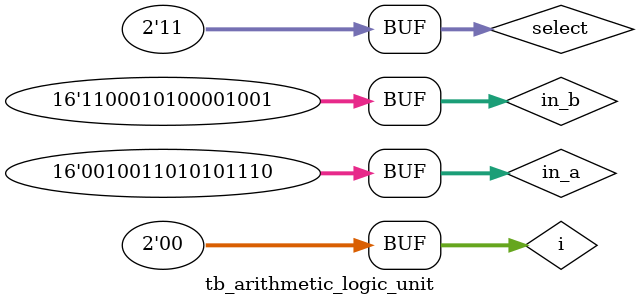
<source format=v>
`timescale 1ns / 1ps

module tb_arithmetic_logic_unit();
    localparam period = 1;
    reg [1:0] i = 0;
    reg [1:0] select;
    reg [15:0] in_a = 16'b00010011010101110;
    reg [15:0] in_b = 16'b01100010100001001;
    wire [15:0] out;
    
    arithmetic_logic_unit dut (.select(select), .in_a(in_a), .in_b(in_b), .out(out));
    
    initial begin
        for (i = 0; i < 4; i = i + 1) begin
            select = i;
            #period; // wait for period 
        end
    end
endmodule

</source>
